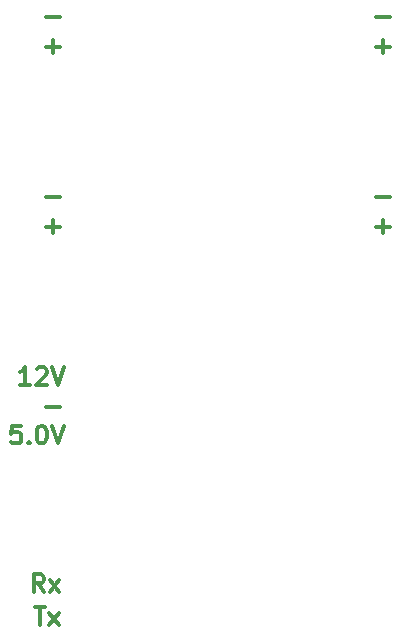
<source format=gbr>
G04 #@! TF.GenerationSoftware,KiCad,Pcbnew,(5.1.4)-1*
G04 #@! TF.CreationDate,2020-12-10T13:14:28-06:00*
G04 #@! TF.ProjectId,InstrumentationBoard2021,496e7374-7275-46d6-956e-746174696f6e,rev?*
G04 #@! TF.SameCoordinates,Original*
G04 #@! TF.FileFunction,Legend,Bot*
G04 #@! TF.FilePolarity,Positive*
%FSLAX46Y46*%
G04 Gerber Fmt 4.6, Leading zero omitted, Abs format (unit mm)*
G04 Created by KiCad (PCBNEW (5.1.4)-1) date 2020-12-10 13:14:28*
%MOMM*%
%LPD*%
G04 APERTURE LIST*
%ADD10C,0.300000*%
G04 APERTURE END LIST*
D10*
X84875857Y-99381571D02*
X84161571Y-99381571D01*
X84090142Y-100095857D01*
X84161571Y-100024428D01*
X84304428Y-99953000D01*
X84661571Y-99953000D01*
X84804428Y-100024428D01*
X84875857Y-100095857D01*
X84947285Y-100238714D01*
X84947285Y-100595857D01*
X84875857Y-100738714D01*
X84804428Y-100810142D01*
X84661571Y-100881571D01*
X84304428Y-100881571D01*
X84161571Y-100810142D01*
X84090142Y-100738714D01*
X85590142Y-100738714D02*
X85661571Y-100810142D01*
X85590142Y-100881571D01*
X85518714Y-100810142D01*
X85590142Y-100738714D01*
X85590142Y-100881571D01*
X86590142Y-99381571D02*
X86733000Y-99381571D01*
X86875857Y-99453000D01*
X86947285Y-99524428D01*
X87018714Y-99667285D01*
X87090142Y-99953000D01*
X87090142Y-100310142D01*
X87018714Y-100595857D01*
X86947285Y-100738714D01*
X86875857Y-100810142D01*
X86733000Y-100881571D01*
X86590142Y-100881571D01*
X86447285Y-100810142D01*
X86375857Y-100738714D01*
X86304428Y-100595857D01*
X86233000Y-100310142D01*
X86233000Y-99953000D01*
X86304428Y-99667285D01*
X86375857Y-99524428D01*
X86447285Y-99453000D01*
X86590142Y-99381571D01*
X87518714Y-99381571D02*
X88018714Y-100881571D01*
X88518714Y-99381571D01*
X88201428Y-97809857D02*
X87058571Y-97809857D01*
X85685428Y-95928571D02*
X84828285Y-95928571D01*
X85256857Y-95928571D02*
X85256857Y-94428571D01*
X85114000Y-94642857D01*
X84971142Y-94785714D01*
X84828285Y-94857142D01*
X86256857Y-94571428D02*
X86328285Y-94500000D01*
X86471142Y-94428571D01*
X86828285Y-94428571D01*
X86971142Y-94500000D01*
X87042571Y-94571428D01*
X87114000Y-94714285D01*
X87114000Y-94857142D01*
X87042571Y-95071428D01*
X86185428Y-95928571D01*
X87114000Y-95928571D01*
X87542571Y-94428571D02*
X88042571Y-95928571D01*
X88542571Y-94428571D01*
X87058571Y-79990142D02*
X88201428Y-79990142D01*
X87058571Y-82530142D02*
X88201428Y-82530142D01*
X87630000Y-83101571D02*
X87630000Y-81958714D01*
X114998571Y-79990142D02*
X116141428Y-79990142D01*
X114998571Y-82530142D02*
X116141428Y-82530142D01*
X115570000Y-83101571D02*
X115570000Y-81958714D01*
X114998571Y-64750142D02*
X116141428Y-64750142D01*
X114998571Y-67290142D02*
X116141428Y-67290142D01*
X115570000Y-67861571D02*
X115570000Y-66718714D01*
X87058571Y-67290142D02*
X88201428Y-67290142D01*
X87630000Y-67861571D02*
X87630000Y-66718714D01*
X87058571Y-64750142D02*
X88201428Y-64750142D01*
X86086285Y-114748571D02*
X86943428Y-114748571D01*
X86514857Y-116248571D02*
X86514857Y-114748571D01*
X87300571Y-116248571D02*
X88086285Y-115248571D01*
X87300571Y-115248571D02*
X88086285Y-116248571D01*
X86852142Y-113454571D02*
X86352142Y-112740285D01*
X85995000Y-113454571D02*
X85995000Y-111954571D01*
X86566428Y-111954571D01*
X86709285Y-112026000D01*
X86780714Y-112097428D01*
X86852142Y-112240285D01*
X86852142Y-112454571D01*
X86780714Y-112597428D01*
X86709285Y-112668857D01*
X86566428Y-112740285D01*
X85995000Y-112740285D01*
X87352142Y-113454571D02*
X88137857Y-112454571D01*
X87352142Y-112454571D02*
X88137857Y-113454571D01*
M02*

</source>
